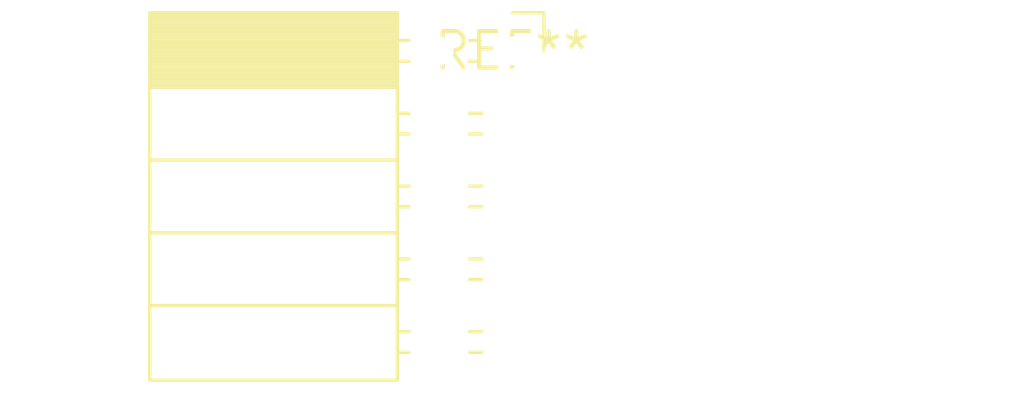
<source format=kicad_pcb>
(kicad_pcb (version 20240108) (generator pcbnew)
  (layers (0 "F.Cu" signal) (31 "B.Cu" signal) (34 "B.Paste" user) (35 "F.Paste" user) (36 "B.SilkS" user "B.Silkscreen") (37 "F.SilkS" user "F.Silkscreen") (38 "B.Mask" user) (39 "F.Mask" user) (44 "Edge.Cuts" user))
  (net 0 "")
  (footprint "PinSocket_2x05_P2.54mm_Horizontal" (layer "F.Cu") (at 0 0)
    (property "Reference" "REF**")
    (property "Value" "PinSocket_2x05_P2.54mm_Horizontal")
    (fp_line (start -12.63 -1.33) (end -12.63 11.49) (layer "F.SilkS") (stroke (width 0.12)))
    (fp_line (start -12.63 -1.33) (end -4 -1.33) (layer "F.SilkS") (stroke (width 0.12)))
    (fp_line (start -12.63 -1.21) (end -4 -1.21) (layer "F.SilkS") (stroke (width 0.12)))
    (fp_line (start -12.63 -1.091905) (end -4 -1.091905) (layer "F.SilkS") (stroke (width 0.12)))
    (fp_line (start -12.63 -0.97381) (end -4 -0.97381) (layer "F.SilkS") (stroke (width 0.12)))
    (fp_line (start -12.63 -0.855715) (end -4 -0.855715) (layer "F.SilkS") (stroke (width 0.12)))
    (fp_line (start -12.63 -0.73762) (end -4 -0.73762) (layer "F.SilkS") (stroke (width 0.12)))
    (fp_line (start -12.63 -0.619525) (end -4 -0.619525) (layer "F.SilkS") (stroke (width 0.12)))
    (fp_line (start -12.63 -0.50143) (end -4 -0.50143) (layer "F.SilkS") (stroke (width 0.12)))
    (fp_line (start -12.63 -0.383335) (end -4 -0.383335) (layer "F.SilkS") (stroke (width 0.12)))
    (fp_line (start -12.63 -0.26524) (end -4 -0.26524) (layer "F.SilkS") (stroke (width 0.12)))
    (fp_line (start -12.63 -0.147145) (end -4 -0.147145) (layer "F.SilkS") (stroke (width 0.12)))
    (fp_line (start -12.63 -0.02905) (end -4 -0.02905) (layer "F.SilkS") (stroke (width 0.12)))
    (fp_line (start -12.63 0.089045) (end -4 0.089045) (layer "F.SilkS") (stroke (width 0.12)))
    (fp_line (start -12.63 0.20714) (end -4 0.20714) (layer "F.SilkS") (stroke (width 0.12)))
    (fp_line (start -12.63 0.325235) (end -4 0.325235) (layer "F.SilkS") (stroke (width 0.12)))
    (fp_line (start -12.63 0.44333) (end -4 0.44333) (layer "F.SilkS") (stroke (width 0.12)))
    (fp_line (start -12.63 0.561425) (end -4 0.561425) (layer "F.SilkS") (stroke (width 0.12)))
    (fp_line (start -12.63 0.67952) (end -4 0.67952) (layer "F.SilkS") (stroke (width 0.12)))
    (fp_line (start -12.63 0.797615) (end -4 0.797615) (layer "F.SilkS") (stroke (width 0.12)))
    (fp_line (start -12.63 0.91571) (end -4 0.91571) (layer "F.SilkS") (stroke (width 0.12)))
    (fp_line (start -12.63 1.033805) (end -4 1.033805) (layer "F.SilkS") (stroke (width 0.12)))
    (fp_line (start -12.63 1.1519) (end -4 1.1519) (layer "F.SilkS") (stroke (width 0.12)))
    (fp_line (start -12.63 1.27) (end -4 1.27) (layer "F.SilkS") (stroke (width 0.12)))
    (fp_line (start -12.63 3.81) (end -4 3.81) (layer "F.SilkS") (stroke (width 0.12)))
    (fp_line (start -12.63 6.35) (end -4 6.35) (layer "F.SilkS") (stroke (width 0.12)))
    (fp_line (start -12.63 8.89) (end -4 8.89) (layer "F.SilkS") (stroke (width 0.12)))
    (fp_line (start -12.63 11.49) (end -4 11.49) (layer "F.SilkS") (stroke (width 0.12)))
    (fp_line (start -4 -1.33) (end -4 11.49) (layer "F.SilkS") (stroke (width 0.12)))
    (fp_line (start -4 -0.36) (end -3.59 -0.36) (layer "F.SilkS") (stroke (width 0.12)))
    (fp_line (start -4 0.36) (end -3.59 0.36) (layer "F.SilkS") (stroke (width 0.12)))
    (fp_line (start -4 2.18) (end -3.59 2.18) (layer "F.SilkS") (stroke (width 0.12)))
    (fp_line (start -4 2.9) (end -3.59 2.9) (layer "F.SilkS") (stroke (width 0.12)))
    (fp_line (start -4 4.72) (end -3.59 4.72) (layer "F.SilkS") (stroke (width 0.12)))
    (fp_line (start -4 5.44) (end -3.59 5.44) (layer "F.SilkS") (stroke (width 0.12)))
    (fp_line (start -4 7.26) (end -3.59 7.26) (layer "F.SilkS") (stroke (width 0.12)))
    (fp_line (start -4 7.98) (end -3.59 7.98) (layer "F.SilkS") (stroke (width 0.12)))
    (fp_line (start -4 9.8) (end -3.59 9.8) (layer "F.SilkS") (stroke (width 0.12)))
    (fp_line (start -4 10.52) (end -3.59 10.52) (layer "F.SilkS") (stroke (width 0.12)))
    (fp_line (start -1.49 -0.36) (end -1.11 -0.36) (layer "F.SilkS") (stroke (width 0.12)))
    (fp_line (start -1.49 0.36) (end -1.11 0.36) (layer "F.SilkS") (stroke (width 0.12)))
    (fp_line (start -1.49 2.18) (end -1.05 2.18) (layer "F.SilkS") (stroke (width 0.12)))
    (fp_line (start -1.49 2.9) (end -1.05 2.9) (layer "F.SilkS") (stroke (width 0.12)))
    (fp_line (start -1.49 4.72) (end -1.05 4.72) (layer "F.SilkS") (stroke (width 0.12)))
    (fp_line (start -1.49 5.44) (end -1.05 5.44) (layer "F.SilkS") (stroke (width 0.12)))
    (fp_line (start -1.49 7.26) (end -1.05 7.26) (layer "F.SilkS") (stroke (width 0.12)))
    (fp_line (start -1.49 7.98) (end -1.05 7.98) (layer "F.SilkS") (stroke (width 0.12)))
    (fp_line (start -1.49 9.8) (end -1.05 9.8) (layer "F.SilkS") (stroke (width 0.12)))
    (fp_line (start -1.49 10.52) (end -1.05 10.52) (layer "F.SilkS") (stroke (width 0.12)))
    (fp_line (start 0 -1.33) (end 1.11 -1.33) (layer "F.SilkS") (stroke (width 0.12)))
    (fp_line (start 1.11 -1.33) (end 1.11 0) (layer "F.SilkS") (stroke (width 0.12)))
    (pad "1" thru_hole rect (at 0 0) (size 1.7 1.7) (drill 1) (layers *.Cu *.Mask) (remove_unused_layers))
    (pad "2" thru_hole oval (at -2.54 0) (size 1.7 1.7) (drill 1) (layers *.Cu *.Mask) (remove_unused_layers))
    (pad "3" thru_hole oval (at 0 2.54) (size 1.7 1.7) (drill 1) (layers *.Cu *.Mask) (remove_unused_layers))
    (pad "4" thru_hole oval (at -2.54 2.54) (size 1.7 1.7) (drill 1) (layers *.Cu *.Mask) (remove_unused_layers))
    (pad "5" thru_hole oval (at 0 5.08) (size 1.7 1.7) (drill 1) (layers *.Cu *.Mask) (remove_unused_layers))
    (pad "6" thru_hole oval (at -2.54 5.08) (size 1.7 1.7) (drill 1) (layers *.Cu *.Mask) (remove_unused_layers))
    (pad "7" thru_hole oval (at 0 7.62) (size 1.7 1.7) (drill 1) (layers *.Cu *.Mask) (remove_unused_layers))
    (pad "8" thru_hole oval (at -2.54 7.62) (size 1.7 1.7) (drill 1) (layers *.Cu *.Mask) (remove_unused_layers))
    (pad "9" thru_hole oval (at 0 10.16) (size 1.7 1.7) (drill 1) (layers *.Cu *.Mask) (remove_unused_layers))
    (pad "10" thru_hole oval (at -2.54 10.16) (size 1.7 1.7) (drill 1) (layers *.Cu *.Mask) (remove_unused_layers))
  )
)
</source>
